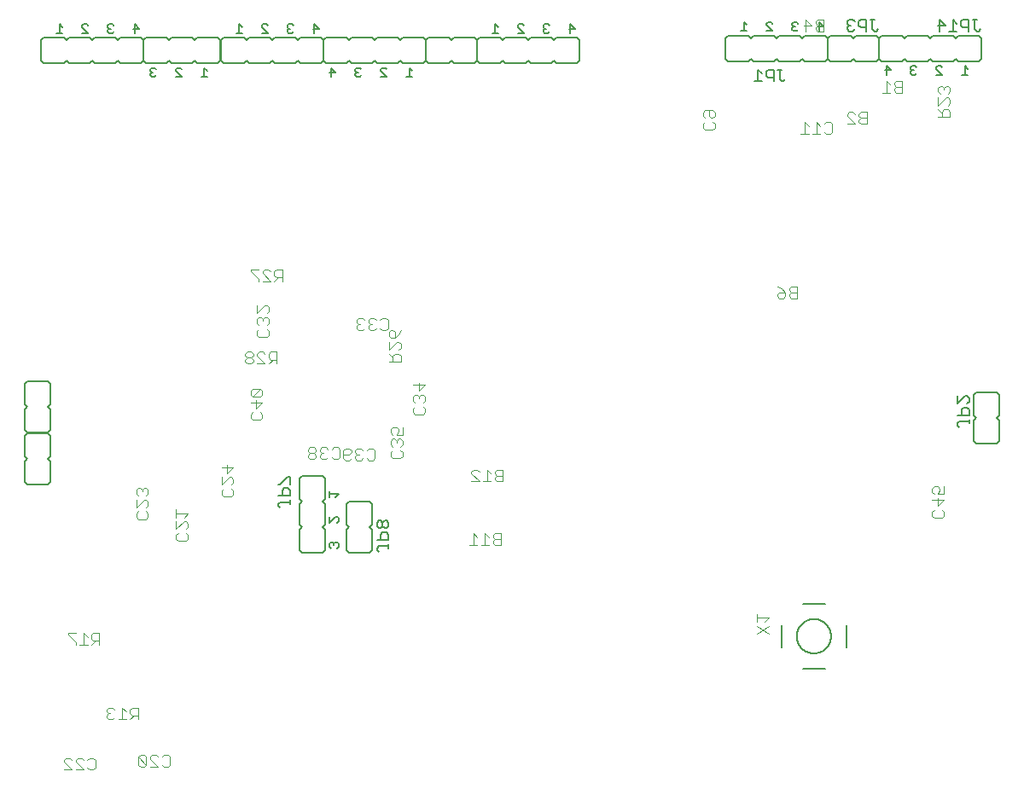
<source format=gbr>
G75*
%MOIN*%
%OFA0B0*%
%FSLAX25Y25*%
%IPPOS*%
%LPD*%
%AMOC8*
5,1,8,0,0,1.08239X$1,22.5*
%
%ADD10C,0.00400*%
%ADD11C,0.00800*%
%ADD12C,0.00600*%
%ADD13C,0.00500*%
D10*
X0025744Y0028576D02*
X0028813Y0028576D01*
X0025744Y0031645D01*
X0025744Y0032413D01*
X0026511Y0033180D01*
X0028046Y0033180D01*
X0028813Y0032413D01*
X0030348Y0032413D02*
X0031115Y0033180D01*
X0032650Y0033180D01*
X0033417Y0032413D01*
X0034952Y0032413D02*
X0035719Y0033180D01*
X0037254Y0033180D01*
X0038021Y0032413D01*
X0038021Y0029343D01*
X0037254Y0028576D01*
X0035719Y0028576D01*
X0034952Y0029343D01*
X0033417Y0028576D02*
X0030348Y0031645D01*
X0030348Y0032413D01*
X0030348Y0028576D02*
X0033417Y0028576D01*
X0054878Y0030524D02*
X0055645Y0029757D01*
X0057180Y0029757D01*
X0057947Y0030524D01*
X0054878Y0033594D01*
X0054878Y0030524D01*
X0057947Y0030524D02*
X0057947Y0033594D01*
X0057180Y0034361D01*
X0055645Y0034361D01*
X0054878Y0033594D01*
X0059482Y0033594D02*
X0059482Y0032826D01*
X0062551Y0029757D01*
X0059482Y0029757D01*
X0059482Y0033594D02*
X0060249Y0034361D01*
X0061784Y0034361D01*
X0062551Y0033594D01*
X0064086Y0033594D02*
X0064853Y0034361D01*
X0066388Y0034361D01*
X0067155Y0033594D01*
X0067155Y0030524D01*
X0066388Y0029757D01*
X0064853Y0029757D01*
X0064086Y0030524D01*
X0054694Y0048261D02*
X0054694Y0052865D01*
X0052393Y0052865D01*
X0051625Y0052098D01*
X0051625Y0050563D01*
X0052393Y0049796D01*
X0054694Y0049796D01*
X0053160Y0049796D02*
X0051625Y0048261D01*
X0050091Y0048261D02*
X0047021Y0048261D01*
X0048556Y0048261D02*
X0048556Y0052865D01*
X0050091Y0051330D01*
X0045487Y0052098D02*
X0044719Y0052865D01*
X0043185Y0052865D01*
X0042417Y0052098D01*
X0042417Y0051330D01*
X0043185Y0050563D01*
X0042417Y0049796D01*
X0042417Y0049028D01*
X0043185Y0048261D01*
X0044719Y0048261D01*
X0045487Y0049028D01*
X0043952Y0050563D02*
X0043185Y0050563D01*
X0039583Y0077434D02*
X0039583Y0082038D01*
X0037282Y0082038D01*
X0036514Y0081271D01*
X0036514Y0079736D01*
X0037282Y0078969D01*
X0039583Y0078969D01*
X0038049Y0078969D02*
X0036514Y0077434D01*
X0034980Y0077434D02*
X0031910Y0077434D01*
X0030376Y0077434D02*
X0030376Y0078202D01*
X0027306Y0081271D01*
X0027306Y0082038D01*
X0030376Y0082038D01*
X0033445Y0082038D02*
X0033445Y0077434D01*
X0034980Y0080504D02*
X0033445Y0082038D01*
X0069609Y0118720D02*
X0070377Y0117953D01*
X0073446Y0117953D01*
X0074213Y0118720D01*
X0074213Y0120255D01*
X0073446Y0121022D01*
X0073446Y0122557D02*
X0074213Y0123324D01*
X0074213Y0124859D01*
X0073446Y0125626D01*
X0072679Y0125626D01*
X0069609Y0122557D01*
X0069609Y0125626D01*
X0069609Y0127161D02*
X0069609Y0130230D01*
X0069609Y0128696D02*
X0074213Y0128696D01*
X0072679Y0127161D01*
X0070377Y0121022D02*
X0069609Y0120255D01*
X0069609Y0118720D01*
X0058603Y0127244D02*
X0058603Y0128779D01*
X0057836Y0129546D01*
X0057836Y0131081D02*
X0058603Y0131848D01*
X0058603Y0133383D01*
X0057836Y0134150D01*
X0057068Y0134150D01*
X0053999Y0131081D01*
X0053999Y0134150D01*
X0054767Y0135685D02*
X0053999Y0136452D01*
X0053999Y0137987D01*
X0054767Y0138754D01*
X0055534Y0138754D01*
X0056301Y0137987D01*
X0056301Y0137219D01*
X0056301Y0137987D02*
X0057068Y0138754D01*
X0057836Y0138754D01*
X0058603Y0137987D01*
X0058603Y0136452D01*
X0057836Y0135685D01*
X0054767Y0129546D02*
X0053999Y0128779D01*
X0053999Y0127244D01*
X0054767Y0126477D01*
X0057836Y0126477D01*
X0058603Y0127244D01*
X0087326Y0136043D02*
X0087326Y0137578D01*
X0088093Y0138345D01*
X0087326Y0139880D02*
X0090395Y0142949D01*
X0091163Y0142949D01*
X0091930Y0142182D01*
X0091930Y0140647D01*
X0091163Y0139880D01*
X0091163Y0138345D02*
X0091930Y0137578D01*
X0091930Y0136043D01*
X0091163Y0135276D01*
X0088093Y0135276D01*
X0087326Y0136043D01*
X0087326Y0139880D02*
X0087326Y0142949D01*
X0089628Y0144484D02*
X0089628Y0147553D01*
X0091930Y0146786D02*
X0089628Y0144484D01*
X0087326Y0146786D02*
X0091930Y0146786D01*
X0099412Y0165210D02*
X0098645Y0165977D01*
X0098645Y0167512D01*
X0099412Y0168279D01*
X0100947Y0169814D02*
X0100947Y0172883D01*
X0102481Y0174418D02*
X0103249Y0175185D01*
X0103249Y0176720D01*
X0102481Y0177487D01*
X0099412Y0174418D01*
X0098645Y0175185D01*
X0098645Y0176720D01*
X0099412Y0177487D01*
X0102481Y0177487D01*
X0102481Y0174418D02*
X0099412Y0174418D01*
X0098645Y0172116D02*
X0103249Y0172116D01*
X0100947Y0169814D01*
X0102481Y0168279D02*
X0103249Y0167512D01*
X0103249Y0165977D01*
X0102481Y0165210D01*
X0099412Y0165210D01*
X0098900Y0187277D02*
X0099667Y0188044D01*
X0099667Y0188811D01*
X0098900Y0189579D01*
X0097365Y0189579D01*
X0096598Y0188811D01*
X0096598Y0188044D01*
X0097365Y0187277D01*
X0098900Y0187277D01*
X0101202Y0187277D02*
X0104271Y0187277D01*
X0101202Y0190346D01*
X0101202Y0191113D01*
X0101969Y0191881D01*
X0103504Y0191881D01*
X0104271Y0191113D01*
X0105806Y0191113D02*
X0105806Y0189579D01*
X0106573Y0188811D01*
X0108875Y0188811D01*
X0108875Y0187277D02*
X0108875Y0191881D01*
X0106573Y0191881D01*
X0105806Y0191113D01*
X0107340Y0188811D02*
X0105806Y0187277D01*
X0099667Y0190346D02*
X0099667Y0191113D01*
X0098900Y0191881D01*
X0097365Y0191881D01*
X0096598Y0191113D01*
X0096598Y0190346D01*
X0097365Y0189579D01*
X0098900Y0189579D02*
X0099667Y0190346D01*
X0101912Y0197749D02*
X0101145Y0198517D01*
X0101145Y0200051D01*
X0101912Y0200818D01*
X0101912Y0202353D02*
X0101145Y0203120D01*
X0101145Y0204655D01*
X0101912Y0205422D01*
X0102680Y0205422D01*
X0103447Y0204655D01*
X0103447Y0203888D01*
X0103447Y0204655D02*
X0104214Y0205422D01*
X0104981Y0205422D01*
X0105749Y0204655D01*
X0105749Y0203120D01*
X0104981Y0202353D01*
X0104981Y0200818D02*
X0105749Y0200051D01*
X0105749Y0198517D01*
X0104981Y0197749D01*
X0101912Y0197749D01*
X0101145Y0206957D02*
X0104214Y0210026D01*
X0104981Y0210026D01*
X0105749Y0209259D01*
X0105749Y0207724D01*
X0104981Y0206957D01*
X0101145Y0206957D02*
X0101145Y0210026D01*
X0101786Y0219521D02*
X0101786Y0220288D01*
X0098717Y0223357D01*
X0098717Y0224125D01*
X0101786Y0224125D01*
X0103320Y0223357D02*
X0104088Y0224125D01*
X0105622Y0224125D01*
X0106390Y0223357D01*
X0107924Y0223357D02*
X0107924Y0221823D01*
X0108692Y0221055D01*
X0110994Y0221055D01*
X0110994Y0219521D02*
X0110994Y0224125D01*
X0108692Y0224125D01*
X0107924Y0223357D01*
X0109459Y0221055D02*
X0107924Y0219521D01*
X0106390Y0219521D02*
X0103320Y0222590D01*
X0103320Y0223357D01*
X0103320Y0219521D02*
X0106390Y0219521D01*
X0140055Y0204204D02*
X0140055Y0203437D01*
X0140822Y0202669D01*
X0140055Y0201902D01*
X0140055Y0201135D01*
X0140822Y0200367D01*
X0142357Y0200367D01*
X0143124Y0201135D01*
X0144659Y0201135D02*
X0145426Y0200367D01*
X0146961Y0200367D01*
X0147728Y0201135D01*
X0149263Y0201135D02*
X0150030Y0200367D01*
X0151565Y0200367D01*
X0152332Y0201135D01*
X0152332Y0204204D01*
X0151565Y0204971D01*
X0150030Y0204971D01*
X0149263Y0204204D01*
X0147728Y0204204D02*
X0146961Y0204971D01*
X0145426Y0204971D01*
X0144659Y0204204D01*
X0144659Y0203437D01*
X0145426Y0202669D01*
X0144659Y0201902D01*
X0144659Y0201135D01*
X0145426Y0202669D02*
X0146194Y0202669D01*
X0143124Y0204204D02*
X0142357Y0204971D01*
X0140822Y0204971D01*
X0140055Y0204204D01*
X0140822Y0202669D02*
X0141590Y0202669D01*
X0152720Y0199554D02*
X0153487Y0200322D01*
X0154254Y0200322D01*
X0155022Y0199554D01*
X0155022Y0197252D01*
X0153487Y0197252D01*
X0152720Y0198020D01*
X0152720Y0199554D01*
X0155022Y0197252D02*
X0156556Y0198787D01*
X0157324Y0200322D01*
X0156556Y0195718D02*
X0155789Y0195718D01*
X0152720Y0192648D01*
X0152720Y0195718D01*
X0156556Y0195718D02*
X0157324Y0194950D01*
X0157324Y0193416D01*
X0156556Y0192648D01*
X0156556Y0191114D02*
X0155022Y0191114D01*
X0154254Y0190346D01*
X0154254Y0188044D01*
X0152720Y0188044D02*
X0157324Y0188044D01*
X0157324Y0190346D01*
X0156556Y0191114D01*
X0154254Y0189579D02*
X0152720Y0191114D01*
X0162169Y0178944D02*
X0166772Y0178944D01*
X0164470Y0176642D01*
X0164470Y0179711D01*
X0163703Y0175107D02*
X0162936Y0175107D01*
X0162169Y0174340D01*
X0162169Y0172805D01*
X0162936Y0172038D01*
X0162936Y0170504D02*
X0162169Y0169736D01*
X0162169Y0168202D01*
X0162936Y0167434D01*
X0166005Y0167434D01*
X0166772Y0168202D01*
X0166772Y0169736D01*
X0166005Y0170504D01*
X0166005Y0172038D02*
X0166772Y0172805D01*
X0166772Y0174340D01*
X0166005Y0175107D01*
X0165238Y0175107D01*
X0164470Y0174340D01*
X0163703Y0175107D01*
X0164470Y0174340D02*
X0164470Y0173573D01*
X0157973Y0162526D02*
X0157973Y0159457D01*
X0155671Y0159457D01*
X0156439Y0160992D01*
X0156439Y0161759D01*
X0155671Y0162526D01*
X0154137Y0162526D01*
X0153369Y0161759D01*
X0153369Y0160224D01*
X0154137Y0159457D01*
X0154137Y0157922D02*
X0153369Y0157155D01*
X0153369Y0155620D01*
X0154137Y0154853D01*
X0154137Y0153318D02*
X0153369Y0152551D01*
X0153369Y0151017D01*
X0154137Y0150249D01*
X0157206Y0150249D01*
X0157973Y0151017D01*
X0157973Y0152551D01*
X0157206Y0153318D01*
X0157206Y0154853D02*
X0157973Y0155620D01*
X0157973Y0157155D01*
X0157206Y0157922D01*
X0156439Y0157922D01*
X0155671Y0157155D01*
X0154904Y0157922D01*
X0154137Y0157922D01*
X0155671Y0157155D02*
X0155671Y0156388D01*
X0147202Y0153318D02*
X0147202Y0150249D01*
X0146434Y0149481D01*
X0144900Y0149481D01*
X0144132Y0150249D01*
X0142598Y0150249D02*
X0141830Y0149481D01*
X0140296Y0149481D01*
X0139528Y0150249D01*
X0139528Y0151016D01*
X0140296Y0151783D01*
X0141063Y0151783D01*
X0140296Y0151783D02*
X0139528Y0152551D01*
X0139528Y0153318D01*
X0140296Y0154085D01*
X0141830Y0154085D01*
X0142598Y0153318D01*
X0144132Y0153318D02*
X0144900Y0154085D01*
X0146434Y0154085D01*
X0147202Y0153318D01*
X0137994Y0153318D02*
X0137994Y0152551D01*
X0137226Y0151783D01*
X0134924Y0151783D01*
X0134924Y0150249D02*
X0134924Y0153318D01*
X0135692Y0154085D01*
X0137226Y0154085D01*
X0137994Y0153318D01*
X0137994Y0150249D02*
X0137226Y0149481D01*
X0135692Y0149481D01*
X0134924Y0150249D01*
X0133435Y0150741D02*
X0132667Y0149974D01*
X0131133Y0149974D01*
X0130365Y0150741D01*
X0128831Y0150741D02*
X0128063Y0149974D01*
X0126529Y0149974D01*
X0125761Y0150741D01*
X0125761Y0151508D01*
X0126529Y0152276D01*
X0127296Y0152276D01*
X0126529Y0152276D02*
X0125761Y0153043D01*
X0125761Y0153810D01*
X0126529Y0154578D01*
X0128063Y0154578D01*
X0128831Y0153810D01*
X0130365Y0153810D02*
X0131133Y0154578D01*
X0132667Y0154578D01*
X0133435Y0153810D01*
X0133435Y0150741D01*
X0124227Y0150741D02*
X0124227Y0151508D01*
X0123459Y0152276D01*
X0121925Y0152276D01*
X0121158Y0151508D01*
X0121158Y0150741D01*
X0121925Y0149974D01*
X0123459Y0149974D01*
X0124227Y0150741D01*
X0123459Y0152276D02*
X0124227Y0153043D01*
X0124227Y0153810D01*
X0123459Y0154578D01*
X0121925Y0154578D01*
X0121158Y0153810D01*
X0121158Y0153043D01*
X0121925Y0152276D01*
X0184137Y0116411D02*
X0187206Y0116411D01*
X0185672Y0116411D02*
X0185672Y0121015D01*
X0187206Y0119480D01*
X0188741Y0116411D02*
X0191810Y0116411D01*
X0190276Y0116411D02*
X0190276Y0121015D01*
X0191810Y0119480D01*
X0193345Y0119480D02*
X0194112Y0118713D01*
X0196414Y0118713D01*
X0196414Y0121015D02*
X0194112Y0121015D01*
X0193345Y0120247D01*
X0193345Y0119480D01*
X0194112Y0118713D02*
X0193345Y0117945D01*
X0193345Y0117178D01*
X0194112Y0116411D01*
X0196414Y0116411D01*
X0196414Y0121015D01*
X0197202Y0141214D02*
X0194900Y0141214D01*
X0194132Y0141981D01*
X0194132Y0142748D01*
X0194900Y0143516D01*
X0197202Y0143516D01*
X0197202Y0145818D02*
X0194900Y0145818D01*
X0194132Y0145050D01*
X0194132Y0144283D01*
X0194900Y0143516D01*
X0192598Y0144283D02*
X0191063Y0145818D01*
X0191063Y0141214D01*
X0192598Y0141214D02*
X0189528Y0141214D01*
X0187994Y0141214D02*
X0184924Y0144283D01*
X0184924Y0145050D01*
X0185692Y0145818D01*
X0187226Y0145818D01*
X0187994Y0145050D01*
X0187994Y0141214D02*
X0184924Y0141214D01*
X0197202Y0141214D02*
X0197202Y0145818D01*
X0296430Y0089433D02*
X0296430Y0086364D01*
X0296430Y0087898D02*
X0301034Y0087898D01*
X0299500Y0086364D01*
X0301034Y0084829D02*
X0296430Y0081760D01*
X0296430Y0084829D02*
X0301034Y0081760D01*
X0364885Y0127776D02*
X0364885Y0129310D01*
X0365652Y0130078D01*
X0367187Y0131612D02*
X0367187Y0134681D01*
X0367187Y0136216D02*
X0367954Y0137751D01*
X0367954Y0138518D01*
X0367187Y0139285D01*
X0365652Y0139285D01*
X0364885Y0138518D01*
X0364885Y0136983D01*
X0365652Y0136216D01*
X0367187Y0136216D02*
X0369489Y0136216D01*
X0369489Y0139285D01*
X0369489Y0133914D02*
X0364885Y0133914D01*
X0367187Y0131612D02*
X0369489Y0133914D01*
X0368722Y0130078D02*
X0369489Y0129310D01*
X0369489Y0127776D01*
X0368722Y0127008D01*
X0365652Y0127008D01*
X0364885Y0127776D01*
X0312157Y0212828D02*
X0309856Y0212828D01*
X0309088Y0213595D01*
X0309088Y0214363D01*
X0309856Y0215130D01*
X0312157Y0215130D01*
X0309856Y0215130D02*
X0309088Y0215897D01*
X0309088Y0216665D01*
X0309856Y0217432D01*
X0312157Y0217432D01*
X0312157Y0212828D01*
X0307554Y0213595D02*
X0307554Y0215130D01*
X0305252Y0215130D01*
X0304484Y0214363D01*
X0304484Y0213595D01*
X0305252Y0212828D01*
X0306786Y0212828D01*
X0307554Y0213595D01*
X0307554Y0215130D02*
X0306019Y0216665D01*
X0304484Y0217432D01*
X0313625Y0277041D02*
X0316695Y0277041D01*
X0318229Y0277041D02*
X0321298Y0277041D01*
X0319764Y0277041D02*
X0319764Y0281644D01*
X0321298Y0280110D01*
X0322833Y0280877D02*
X0323600Y0281644D01*
X0325135Y0281644D01*
X0325902Y0280877D01*
X0325902Y0277808D01*
X0325135Y0277041D01*
X0323600Y0277041D01*
X0322833Y0277808D01*
X0316695Y0280110D02*
X0315160Y0281644D01*
X0315160Y0277041D01*
X0331650Y0280938D02*
X0334719Y0280938D01*
X0331650Y0284007D01*
X0331650Y0284775D01*
X0332417Y0285542D01*
X0333952Y0285542D01*
X0334719Y0284775D01*
X0336254Y0284775D02*
X0336254Y0284007D01*
X0337021Y0283240D01*
X0339323Y0283240D01*
X0339323Y0280938D02*
X0337021Y0280938D01*
X0336254Y0281705D01*
X0336254Y0282473D01*
X0337021Y0283240D01*
X0336254Y0284775D02*
X0337021Y0285542D01*
X0339323Y0285542D01*
X0339323Y0280938D01*
X0345434Y0293182D02*
X0348503Y0293182D01*
X0346969Y0293182D02*
X0346969Y0297786D01*
X0348503Y0296252D01*
X0350038Y0296252D02*
X0350038Y0297019D01*
X0350805Y0297786D01*
X0353107Y0297786D01*
X0353107Y0293182D01*
X0350805Y0293182D01*
X0350038Y0293950D01*
X0350038Y0294717D01*
X0350805Y0295484D01*
X0353107Y0295484D01*
X0350805Y0295484D02*
X0350038Y0296252D01*
X0367247Y0295073D02*
X0367247Y0293539D01*
X0368015Y0292771D01*
X0367247Y0291237D02*
X0367247Y0288167D01*
X0370317Y0291237D01*
X0371084Y0291237D01*
X0371851Y0290469D01*
X0371851Y0288935D01*
X0371084Y0288167D01*
X0371084Y0286633D02*
X0369549Y0286633D01*
X0368782Y0285865D01*
X0368782Y0283563D01*
X0367247Y0283563D02*
X0371851Y0283563D01*
X0371851Y0285865D01*
X0371084Y0286633D01*
X0368782Y0285098D02*
X0367247Y0286633D01*
X0371084Y0292771D02*
X0371851Y0293539D01*
X0371851Y0295073D01*
X0371084Y0295841D01*
X0370317Y0295841D01*
X0369549Y0295073D01*
X0368782Y0295841D01*
X0368015Y0295841D01*
X0367247Y0295073D01*
X0369549Y0295073D02*
X0369549Y0294306D01*
X0322394Y0317159D02*
X0320092Y0317159D01*
X0319324Y0317926D01*
X0319324Y0318693D01*
X0320092Y0319461D01*
X0322394Y0319461D01*
X0322394Y0317159D02*
X0322394Y0321763D01*
X0320092Y0321763D01*
X0319324Y0320995D01*
X0319324Y0320228D01*
X0320092Y0319461D01*
X0317790Y0319461D02*
X0314720Y0319461D01*
X0315488Y0317159D02*
X0315488Y0321763D01*
X0317790Y0319461D01*
X0279991Y0285506D02*
X0279991Y0283972D01*
X0279224Y0283204D01*
X0278456Y0283204D01*
X0277689Y0283972D01*
X0277689Y0286274D01*
X0279224Y0286274D02*
X0279991Y0285506D01*
X0279224Y0286274D02*
X0276154Y0286274D01*
X0275387Y0285506D01*
X0275387Y0283972D01*
X0276154Y0283204D01*
X0276154Y0281670D02*
X0275387Y0280902D01*
X0275387Y0279368D01*
X0276154Y0278600D01*
X0279224Y0278600D01*
X0279991Y0279368D01*
X0279991Y0280902D01*
X0279224Y0281670D01*
D11*
X0314400Y0093366D02*
X0323061Y0093366D01*
X0331329Y0085098D02*
X0331329Y0076437D01*
X0323061Y0068169D02*
X0314400Y0068169D01*
X0306132Y0076437D02*
X0306132Y0085098D01*
X0312037Y0080768D02*
X0312039Y0080932D01*
X0312045Y0081096D01*
X0312055Y0081260D01*
X0312069Y0081424D01*
X0312087Y0081587D01*
X0312109Y0081750D01*
X0312136Y0081912D01*
X0312166Y0082074D01*
X0312200Y0082234D01*
X0312238Y0082394D01*
X0312279Y0082553D01*
X0312325Y0082711D01*
X0312375Y0082867D01*
X0312428Y0083023D01*
X0312485Y0083177D01*
X0312546Y0083329D01*
X0312611Y0083480D01*
X0312680Y0083630D01*
X0312752Y0083777D01*
X0312827Y0083923D01*
X0312907Y0084067D01*
X0312989Y0084209D01*
X0313075Y0084349D01*
X0313165Y0084486D01*
X0313258Y0084622D01*
X0313354Y0084755D01*
X0313454Y0084886D01*
X0313556Y0085014D01*
X0313662Y0085140D01*
X0313771Y0085263D01*
X0313883Y0085383D01*
X0313997Y0085501D01*
X0314115Y0085615D01*
X0314235Y0085727D01*
X0314358Y0085836D01*
X0314484Y0085942D01*
X0314612Y0086044D01*
X0314743Y0086144D01*
X0314876Y0086240D01*
X0315012Y0086333D01*
X0315149Y0086423D01*
X0315289Y0086509D01*
X0315431Y0086591D01*
X0315575Y0086671D01*
X0315721Y0086746D01*
X0315868Y0086818D01*
X0316018Y0086887D01*
X0316169Y0086952D01*
X0316321Y0087013D01*
X0316475Y0087070D01*
X0316631Y0087123D01*
X0316787Y0087173D01*
X0316945Y0087219D01*
X0317104Y0087260D01*
X0317264Y0087298D01*
X0317424Y0087332D01*
X0317586Y0087362D01*
X0317748Y0087389D01*
X0317911Y0087411D01*
X0318074Y0087429D01*
X0318238Y0087443D01*
X0318402Y0087453D01*
X0318566Y0087459D01*
X0318730Y0087461D01*
X0318894Y0087459D01*
X0319058Y0087453D01*
X0319222Y0087443D01*
X0319386Y0087429D01*
X0319549Y0087411D01*
X0319712Y0087389D01*
X0319874Y0087362D01*
X0320036Y0087332D01*
X0320196Y0087298D01*
X0320356Y0087260D01*
X0320515Y0087219D01*
X0320673Y0087173D01*
X0320829Y0087123D01*
X0320985Y0087070D01*
X0321139Y0087013D01*
X0321291Y0086952D01*
X0321442Y0086887D01*
X0321592Y0086818D01*
X0321739Y0086746D01*
X0321885Y0086671D01*
X0322029Y0086591D01*
X0322171Y0086509D01*
X0322311Y0086423D01*
X0322448Y0086333D01*
X0322584Y0086240D01*
X0322717Y0086144D01*
X0322848Y0086044D01*
X0322976Y0085942D01*
X0323102Y0085836D01*
X0323225Y0085727D01*
X0323345Y0085615D01*
X0323463Y0085501D01*
X0323577Y0085383D01*
X0323689Y0085263D01*
X0323798Y0085140D01*
X0323904Y0085014D01*
X0324006Y0084886D01*
X0324106Y0084755D01*
X0324202Y0084622D01*
X0324295Y0084486D01*
X0324385Y0084349D01*
X0324471Y0084209D01*
X0324553Y0084067D01*
X0324633Y0083923D01*
X0324708Y0083777D01*
X0324780Y0083630D01*
X0324849Y0083480D01*
X0324914Y0083329D01*
X0324975Y0083177D01*
X0325032Y0083023D01*
X0325085Y0082867D01*
X0325135Y0082711D01*
X0325181Y0082553D01*
X0325222Y0082394D01*
X0325260Y0082234D01*
X0325294Y0082074D01*
X0325324Y0081912D01*
X0325351Y0081750D01*
X0325373Y0081587D01*
X0325391Y0081424D01*
X0325405Y0081260D01*
X0325415Y0081096D01*
X0325421Y0080932D01*
X0325423Y0080768D01*
X0325421Y0080604D01*
X0325415Y0080440D01*
X0325405Y0080276D01*
X0325391Y0080112D01*
X0325373Y0079949D01*
X0325351Y0079786D01*
X0325324Y0079624D01*
X0325294Y0079462D01*
X0325260Y0079302D01*
X0325222Y0079142D01*
X0325181Y0078983D01*
X0325135Y0078825D01*
X0325085Y0078669D01*
X0325032Y0078513D01*
X0324975Y0078359D01*
X0324914Y0078207D01*
X0324849Y0078056D01*
X0324780Y0077906D01*
X0324708Y0077759D01*
X0324633Y0077613D01*
X0324553Y0077469D01*
X0324471Y0077327D01*
X0324385Y0077187D01*
X0324295Y0077050D01*
X0324202Y0076914D01*
X0324106Y0076781D01*
X0324006Y0076650D01*
X0323904Y0076522D01*
X0323798Y0076396D01*
X0323689Y0076273D01*
X0323577Y0076153D01*
X0323463Y0076035D01*
X0323345Y0075921D01*
X0323225Y0075809D01*
X0323102Y0075700D01*
X0322976Y0075594D01*
X0322848Y0075492D01*
X0322717Y0075392D01*
X0322584Y0075296D01*
X0322448Y0075203D01*
X0322311Y0075113D01*
X0322171Y0075027D01*
X0322029Y0074945D01*
X0321885Y0074865D01*
X0321739Y0074790D01*
X0321592Y0074718D01*
X0321442Y0074649D01*
X0321291Y0074584D01*
X0321139Y0074523D01*
X0320985Y0074466D01*
X0320829Y0074413D01*
X0320673Y0074363D01*
X0320515Y0074317D01*
X0320356Y0074276D01*
X0320196Y0074238D01*
X0320036Y0074204D01*
X0319874Y0074174D01*
X0319712Y0074147D01*
X0319549Y0074125D01*
X0319386Y0074107D01*
X0319222Y0074093D01*
X0319058Y0074083D01*
X0318894Y0074077D01*
X0318730Y0074075D01*
X0318566Y0074077D01*
X0318402Y0074083D01*
X0318238Y0074093D01*
X0318074Y0074107D01*
X0317911Y0074125D01*
X0317748Y0074147D01*
X0317586Y0074174D01*
X0317424Y0074204D01*
X0317264Y0074238D01*
X0317104Y0074276D01*
X0316945Y0074317D01*
X0316787Y0074363D01*
X0316631Y0074413D01*
X0316475Y0074466D01*
X0316321Y0074523D01*
X0316169Y0074584D01*
X0316018Y0074649D01*
X0315868Y0074718D01*
X0315721Y0074790D01*
X0315575Y0074865D01*
X0315431Y0074945D01*
X0315289Y0075027D01*
X0315149Y0075113D01*
X0315012Y0075203D01*
X0314876Y0075296D01*
X0314743Y0075392D01*
X0314612Y0075492D01*
X0314484Y0075594D01*
X0314358Y0075700D01*
X0314235Y0075809D01*
X0314115Y0075921D01*
X0313997Y0076035D01*
X0313883Y0076153D01*
X0313771Y0076273D01*
X0313662Y0076396D01*
X0313556Y0076522D01*
X0313454Y0076650D01*
X0313354Y0076781D01*
X0313258Y0076914D01*
X0313165Y0077050D01*
X0313075Y0077187D01*
X0312989Y0077327D01*
X0312907Y0077469D01*
X0312827Y0077613D01*
X0312752Y0077759D01*
X0312680Y0077906D01*
X0312611Y0078056D01*
X0312546Y0078207D01*
X0312485Y0078359D01*
X0312428Y0078513D01*
X0312375Y0078669D01*
X0312325Y0078825D01*
X0312279Y0078983D01*
X0312238Y0079142D01*
X0312200Y0079302D01*
X0312166Y0079462D01*
X0312136Y0079624D01*
X0312109Y0079786D01*
X0312087Y0079949D01*
X0312069Y0080112D01*
X0312055Y0080276D01*
X0312045Y0080440D01*
X0312039Y0080604D01*
X0312037Y0080768D01*
D12*
X0382102Y0155935D02*
X0381102Y0156935D01*
X0381102Y0164935D01*
X0382102Y0165935D01*
X0381102Y0166935D01*
X0381102Y0174935D01*
X0382102Y0175935D01*
X0390102Y0175935D01*
X0391102Y0174935D01*
X0391102Y0166935D01*
X0390102Y0165935D01*
X0391102Y0164935D01*
X0391102Y0156935D01*
X0390102Y0155935D01*
X0382102Y0155935D01*
X0383055Y0305423D02*
X0375055Y0305423D01*
X0374055Y0306423D01*
X0373055Y0305423D01*
X0365055Y0305423D01*
X0364055Y0306423D01*
X0363055Y0305423D01*
X0355055Y0305423D01*
X0354055Y0306423D01*
X0353055Y0305423D01*
X0345055Y0305423D01*
X0344055Y0306423D01*
X0344055Y0314423D01*
X0345055Y0315423D01*
X0353055Y0315423D01*
X0354055Y0314423D01*
X0355055Y0315423D01*
X0363055Y0315423D01*
X0364055Y0314423D01*
X0365055Y0315423D01*
X0373055Y0315423D01*
X0374055Y0314423D01*
X0375055Y0315423D01*
X0383055Y0315423D01*
X0384055Y0314423D01*
X0384055Y0306423D01*
X0383055Y0305423D01*
X0344134Y0306423D02*
X0343134Y0305423D01*
X0335134Y0305423D01*
X0334134Y0306423D01*
X0333134Y0305423D01*
X0325134Y0305423D01*
X0324134Y0306423D01*
X0324134Y0314423D01*
X0325134Y0315423D01*
X0333134Y0315423D01*
X0334134Y0314423D01*
X0335134Y0315423D01*
X0343134Y0315423D01*
X0344134Y0314423D01*
X0344134Y0306423D01*
X0324213Y0306423D02*
X0323213Y0305423D01*
X0315213Y0305423D01*
X0314213Y0306423D01*
X0313213Y0305423D01*
X0305213Y0305423D01*
X0304213Y0306423D01*
X0303213Y0305423D01*
X0295213Y0305423D01*
X0294213Y0306423D01*
X0293213Y0305423D01*
X0285213Y0305423D01*
X0284213Y0306423D01*
X0284213Y0314423D01*
X0285213Y0315423D01*
X0293213Y0315423D01*
X0294213Y0314423D01*
X0295213Y0315423D01*
X0303213Y0315423D01*
X0304213Y0314423D01*
X0305213Y0315423D01*
X0313213Y0315423D01*
X0314213Y0314423D01*
X0315213Y0315423D01*
X0323213Y0315423D01*
X0324213Y0314423D01*
X0324213Y0306423D01*
X0226969Y0305636D02*
X0225969Y0304636D01*
X0217969Y0304636D01*
X0216969Y0305636D01*
X0215969Y0304636D01*
X0207969Y0304636D01*
X0206969Y0305636D01*
X0205969Y0304636D01*
X0197969Y0304636D01*
X0196969Y0305636D01*
X0195969Y0304636D01*
X0187969Y0304636D01*
X0186969Y0305636D01*
X0186969Y0313636D01*
X0187969Y0314636D01*
X0195969Y0314636D01*
X0196969Y0313636D01*
X0197969Y0314636D01*
X0205969Y0314636D01*
X0206969Y0313636D01*
X0207969Y0314636D01*
X0215969Y0314636D01*
X0216969Y0313636D01*
X0217969Y0314636D01*
X0225969Y0314636D01*
X0226969Y0313636D01*
X0226969Y0305636D01*
X0187047Y0305636D02*
X0187047Y0313636D01*
X0186047Y0314636D01*
X0178047Y0314636D01*
X0177047Y0313636D01*
X0176047Y0314636D01*
X0168047Y0314636D01*
X0167047Y0313636D01*
X0167047Y0305636D01*
X0168047Y0304636D01*
X0176047Y0304636D01*
X0177047Y0305636D01*
X0178047Y0304636D01*
X0186047Y0304636D01*
X0187047Y0305636D01*
X0167126Y0305636D02*
X0166126Y0304636D01*
X0158126Y0304636D01*
X0157126Y0305636D01*
X0156126Y0304636D01*
X0148126Y0304636D01*
X0147126Y0305636D01*
X0146126Y0304636D01*
X0138126Y0304636D01*
X0137126Y0305636D01*
X0136126Y0304636D01*
X0128126Y0304636D01*
X0127126Y0305636D01*
X0127126Y0313636D01*
X0128126Y0314636D01*
X0136126Y0314636D01*
X0137126Y0313636D01*
X0138126Y0314636D01*
X0146126Y0314636D01*
X0147126Y0313636D01*
X0148126Y0314636D01*
X0156126Y0314636D01*
X0157126Y0313636D01*
X0158126Y0314636D01*
X0166126Y0314636D01*
X0167126Y0313636D01*
X0167126Y0305636D01*
X0126969Y0305636D02*
X0125969Y0304636D01*
X0117969Y0304636D01*
X0116969Y0305636D01*
X0115969Y0304636D01*
X0107969Y0304636D01*
X0106969Y0305636D01*
X0105969Y0304636D01*
X0097969Y0304636D01*
X0096969Y0305636D01*
X0095969Y0304636D01*
X0087969Y0304636D01*
X0086969Y0305636D01*
X0086969Y0313636D01*
X0087969Y0314636D01*
X0095969Y0314636D01*
X0096969Y0313636D01*
X0097969Y0314636D01*
X0105969Y0314636D01*
X0106969Y0313636D01*
X0107969Y0314636D01*
X0115969Y0314636D01*
X0116969Y0313636D01*
X0117969Y0314636D01*
X0125969Y0314636D01*
X0126969Y0313636D01*
X0126969Y0305636D01*
X0086929Y0305636D02*
X0085929Y0304636D01*
X0077929Y0304636D01*
X0076929Y0305636D01*
X0075929Y0304636D01*
X0067929Y0304636D01*
X0066929Y0305636D01*
X0065929Y0304636D01*
X0057929Y0304636D01*
X0056929Y0305636D01*
X0056929Y0313636D01*
X0057929Y0314636D01*
X0065929Y0314636D01*
X0066929Y0313636D01*
X0067929Y0314636D01*
X0075929Y0314636D01*
X0076929Y0313636D01*
X0077929Y0314636D01*
X0085929Y0314636D01*
X0086929Y0313636D01*
X0086929Y0305636D01*
X0056890Y0305636D02*
X0055890Y0304636D01*
X0047890Y0304636D01*
X0046890Y0305636D01*
X0045890Y0304636D01*
X0037890Y0304636D01*
X0036890Y0305636D01*
X0035890Y0304636D01*
X0027890Y0304636D01*
X0026890Y0305636D01*
X0025890Y0304636D01*
X0017890Y0304636D01*
X0016890Y0305636D01*
X0016890Y0313636D01*
X0017890Y0314636D01*
X0025890Y0314636D01*
X0026890Y0313636D01*
X0027890Y0314636D01*
X0035890Y0314636D01*
X0036890Y0313636D01*
X0037890Y0314636D01*
X0045890Y0314636D01*
X0046890Y0313636D01*
X0047890Y0314636D01*
X0055890Y0314636D01*
X0056890Y0313636D01*
X0056890Y0305636D01*
X0019630Y0180266D02*
X0011630Y0180266D01*
X0010630Y0179266D01*
X0010630Y0171266D01*
X0011630Y0170266D01*
X0010630Y0169266D01*
X0010630Y0161266D01*
X0011630Y0160266D01*
X0019630Y0160266D01*
X0020630Y0161266D01*
X0020630Y0169266D01*
X0019630Y0170266D01*
X0020630Y0171266D01*
X0020630Y0179266D01*
X0019630Y0180266D01*
X0019630Y0160187D02*
X0011630Y0160187D01*
X0010630Y0159187D01*
X0010630Y0151187D01*
X0011630Y0150187D01*
X0010630Y0149187D01*
X0010630Y0141187D01*
X0011630Y0140187D01*
X0019630Y0140187D01*
X0020630Y0141187D01*
X0020630Y0149187D01*
X0019630Y0150187D01*
X0020630Y0151187D01*
X0020630Y0159187D01*
X0019630Y0160187D01*
X0117717Y0142533D02*
X0117717Y0134533D01*
X0118717Y0133533D01*
X0117717Y0132533D01*
X0117717Y0124533D01*
X0118717Y0123533D01*
X0117717Y0122533D01*
X0117717Y0114533D01*
X0118717Y0113533D01*
X0126717Y0113533D01*
X0127717Y0114533D01*
X0127717Y0122533D01*
X0126717Y0123533D01*
X0127717Y0124533D01*
X0127717Y0132533D01*
X0126717Y0133533D01*
X0127717Y0134533D01*
X0127717Y0142533D01*
X0126717Y0143533D01*
X0118717Y0143533D01*
X0117717Y0142533D01*
X0136220Y0132415D02*
X0136220Y0124415D01*
X0137220Y0123415D01*
X0136220Y0122415D01*
X0136220Y0114415D01*
X0137220Y0113415D01*
X0145220Y0113415D01*
X0146220Y0114415D01*
X0146220Y0122415D01*
X0145220Y0123415D01*
X0146220Y0124415D01*
X0146220Y0132415D01*
X0145220Y0133415D01*
X0137220Y0133415D01*
X0136220Y0132415D01*
D13*
X0132969Y0136327D02*
X0129567Y0136327D01*
X0129567Y0137461D02*
X0129567Y0135192D01*
X0131835Y0135192D02*
X0132969Y0136327D01*
X0132402Y0127461D02*
X0132969Y0126894D01*
X0132969Y0125760D01*
X0132402Y0125192D01*
X0132402Y0127461D02*
X0131835Y0127461D01*
X0129567Y0125192D01*
X0129567Y0127461D01*
X0130134Y0117461D02*
X0129567Y0116894D01*
X0129567Y0115760D01*
X0130134Y0115192D01*
X0131268Y0116327D02*
X0131268Y0116894D01*
X0130701Y0117461D01*
X0130134Y0117461D01*
X0131268Y0116894D02*
X0131835Y0117461D01*
X0132402Y0117461D01*
X0132969Y0116894D01*
X0132969Y0115760D01*
X0132402Y0115192D01*
X0147970Y0115167D02*
X0148721Y0115917D01*
X0152474Y0115917D01*
X0152474Y0115167D02*
X0152474Y0116668D01*
X0152474Y0118269D02*
X0152474Y0120521D01*
X0151724Y0121272D01*
X0150222Y0121272D01*
X0149472Y0120521D01*
X0149472Y0118269D01*
X0147970Y0118269D02*
X0152474Y0118269D01*
X0147970Y0115167D02*
X0147970Y0114416D01*
X0148721Y0113665D01*
X0148721Y0122873D02*
X0147970Y0123624D01*
X0147970Y0125125D01*
X0148721Y0125876D01*
X0149472Y0125876D01*
X0150222Y0125125D01*
X0150222Y0123624D01*
X0150973Y0122873D01*
X0151724Y0122873D01*
X0152474Y0123624D01*
X0152474Y0125125D01*
X0151724Y0125876D01*
X0150973Y0125876D01*
X0150222Y0125125D01*
X0150222Y0123624D02*
X0149472Y0122873D01*
X0148721Y0122873D01*
X0114002Y0132441D02*
X0114002Y0133943D01*
X0114002Y0133192D02*
X0110249Y0133192D01*
X0109498Y0132441D01*
X0109498Y0131691D01*
X0110249Y0130940D01*
X0110999Y0135544D02*
X0110999Y0137796D01*
X0111750Y0138547D01*
X0113251Y0138547D01*
X0114002Y0137796D01*
X0114002Y0135544D01*
X0109498Y0135544D01*
X0109498Y0140148D02*
X0110249Y0140148D01*
X0113251Y0143151D01*
X0114002Y0143151D01*
X0114002Y0140148D01*
X0130175Y0299386D02*
X0130175Y0302789D01*
X0131876Y0301087D01*
X0129607Y0301087D01*
X0139607Y0300520D02*
X0139607Y0299953D01*
X0140175Y0299386D01*
X0141309Y0299386D01*
X0141876Y0299953D01*
X0140742Y0301087D02*
X0140175Y0301087D01*
X0139607Y0300520D01*
X0140175Y0301087D02*
X0139607Y0301654D01*
X0139607Y0302222D01*
X0140175Y0302789D01*
X0141309Y0302789D01*
X0141876Y0302222D01*
X0149607Y0302222D02*
X0150175Y0302789D01*
X0151309Y0302789D01*
X0151876Y0302222D01*
X0149607Y0302222D02*
X0149607Y0301654D01*
X0151876Y0299386D01*
X0149607Y0299386D01*
X0159607Y0299386D02*
X0161876Y0299386D01*
X0160742Y0299386D02*
X0160742Y0302789D01*
X0161876Y0301654D01*
X0193041Y0316486D02*
X0195310Y0316486D01*
X0194175Y0316486D02*
X0194175Y0319889D01*
X0195310Y0318754D01*
X0203041Y0318754D02*
X0203041Y0319322D01*
X0203608Y0319889D01*
X0204742Y0319889D01*
X0205310Y0319322D01*
X0203041Y0318754D02*
X0205310Y0316486D01*
X0203041Y0316486D01*
X0213041Y0317053D02*
X0213608Y0316486D01*
X0214742Y0316486D01*
X0215310Y0317053D01*
X0214175Y0318187D02*
X0213608Y0318187D01*
X0213041Y0317620D01*
X0213041Y0317053D01*
X0213608Y0318187D02*
X0213041Y0318754D01*
X0213041Y0319322D01*
X0213608Y0319889D01*
X0214742Y0319889D01*
X0215310Y0319322D01*
X0223041Y0318187D02*
X0225310Y0318187D01*
X0223608Y0319889D01*
X0223608Y0316486D01*
X0290285Y0317273D02*
X0292554Y0317273D01*
X0291419Y0317273D02*
X0291419Y0320676D01*
X0292554Y0319542D01*
X0300285Y0319542D02*
X0300285Y0320109D01*
X0300852Y0320676D01*
X0301987Y0320676D01*
X0302554Y0320109D01*
X0300285Y0319542D02*
X0302554Y0317273D01*
X0300285Y0317273D01*
X0310285Y0317840D02*
X0310852Y0317273D01*
X0311987Y0317273D01*
X0312554Y0317840D01*
X0311419Y0318975D02*
X0310852Y0318975D01*
X0310285Y0318408D01*
X0310285Y0317840D01*
X0310852Y0318975D02*
X0310285Y0319542D01*
X0310285Y0320109D01*
X0310852Y0320676D01*
X0311987Y0320676D01*
X0312554Y0320109D01*
X0320285Y0318975D02*
X0322554Y0318975D01*
X0320852Y0320676D01*
X0320852Y0317273D01*
X0331673Y0317924D02*
X0332424Y0317173D01*
X0333925Y0317173D01*
X0334676Y0317924D01*
X0333175Y0319425D02*
X0332424Y0319425D01*
X0331673Y0318675D01*
X0331673Y0317924D01*
X0332424Y0319425D02*
X0331673Y0320176D01*
X0331673Y0320926D01*
X0332424Y0321677D01*
X0333925Y0321677D01*
X0334676Y0320926D01*
X0336277Y0320926D02*
X0336277Y0319425D01*
X0337028Y0318675D01*
X0339280Y0318675D01*
X0339280Y0317173D02*
X0339280Y0321677D01*
X0337028Y0321677D01*
X0336277Y0320926D01*
X0340881Y0321677D02*
X0342383Y0321677D01*
X0341632Y0321677D02*
X0341632Y0317924D01*
X0342383Y0317173D01*
X0343133Y0317173D01*
X0343884Y0317924D01*
X0347104Y0303576D02*
X0348805Y0301875D01*
X0346537Y0301875D01*
X0347104Y0300173D02*
X0347104Y0303576D01*
X0356537Y0303009D02*
X0356537Y0302442D01*
X0357104Y0301875D01*
X0356537Y0301308D01*
X0356537Y0300740D01*
X0357104Y0300173D01*
X0358238Y0300173D01*
X0358805Y0300740D01*
X0357671Y0301875D02*
X0357104Y0301875D01*
X0356537Y0303009D02*
X0357104Y0303576D01*
X0358238Y0303576D01*
X0358805Y0303009D01*
X0366537Y0303009D02*
X0367104Y0303576D01*
X0368238Y0303576D01*
X0368805Y0303009D01*
X0366537Y0303009D02*
X0366537Y0302442D01*
X0368805Y0300173D01*
X0366537Y0300173D01*
X0376537Y0300173D02*
X0378805Y0300173D01*
X0377671Y0300173D02*
X0377671Y0303576D01*
X0378805Y0302442D01*
X0379201Y0317173D02*
X0379201Y0321677D01*
X0376949Y0321677D01*
X0376199Y0320926D01*
X0376199Y0319425D01*
X0376949Y0318675D01*
X0379201Y0318675D01*
X0381553Y0317924D02*
X0381553Y0321677D01*
X0380803Y0321677D02*
X0382304Y0321677D01*
X0381553Y0317924D02*
X0382304Y0317173D01*
X0383054Y0317173D01*
X0383805Y0317924D01*
X0374597Y0317173D02*
X0371595Y0317173D01*
X0373096Y0317173D02*
X0373096Y0321677D01*
X0374597Y0320176D01*
X0369993Y0319425D02*
X0366991Y0319425D01*
X0367741Y0317173D02*
X0367741Y0321677D01*
X0369993Y0319425D01*
X0307617Y0298349D02*
X0306866Y0297598D01*
X0306116Y0297598D01*
X0305365Y0298349D01*
X0305365Y0302102D01*
X0306116Y0302102D02*
X0304614Y0302102D01*
X0303013Y0302102D02*
X0300761Y0302102D01*
X0300010Y0301352D01*
X0300010Y0299850D01*
X0300761Y0299100D01*
X0303013Y0299100D01*
X0303013Y0297598D02*
X0303013Y0302102D01*
X0298409Y0300601D02*
X0296908Y0302102D01*
X0296908Y0297598D01*
X0298409Y0297598D02*
X0295407Y0297598D01*
X0374852Y0174584D02*
X0374852Y0171581D01*
X0377855Y0174584D01*
X0378606Y0174584D01*
X0379356Y0173833D01*
X0379356Y0172332D01*
X0378606Y0171581D01*
X0378606Y0169980D02*
X0377104Y0169980D01*
X0376354Y0169229D01*
X0376354Y0166977D01*
X0374852Y0166977D02*
X0379356Y0166977D01*
X0379356Y0169229D01*
X0378606Y0169980D01*
X0379356Y0165376D02*
X0379356Y0163875D01*
X0379356Y0164625D02*
X0375603Y0164625D01*
X0374852Y0163875D01*
X0374852Y0163124D01*
X0375603Y0162373D01*
X0125310Y0318187D02*
X0123041Y0318187D01*
X0123608Y0316486D02*
X0123608Y0319889D01*
X0125310Y0318187D01*
X0115310Y0317053D02*
X0114742Y0316486D01*
X0113608Y0316486D01*
X0113041Y0317053D01*
X0113041Y0317620D01*
X0113608Y0318187D01*
X0114175Y0318187D01*
X0113608Y0318187D02*
X0113041Y0318754D01*
X0113041Y0319322D01*
X0113608Y0319889D01*
X0114742Y0319889D01*
X0115310Y0319322D01*
X0105310Y0319322D02*
X0104742Y0319889D01*
X0103608Y0319889D01*
X0103041Y0319322D01*
X0103041Y0318754D01*
X0105310Y0316486D01*
X0103041Y0316486D01*
X0095310Y0316486D02*
X0093041Y0316486D01*
X0094175Y0316486D02*
X0094175Y0319889D01*
X0095310Y0318754D01*
X0080545Y0302789D02*
X0080545Y0299386D01*
X0081679Y0299386D02*
X0079411Y0299386D01*
X0081679Y0301654D02*
X0080545Y0302789D01*
X0071679Y0302222D02*
X0071112Y0302789D01*
X0069978Y0302789D01*
X0069411Y0302222D01*
X0069411Y0301654D01*
X0071679Y0299386D01*
X0069411Y0299386D01*
X0061679Y0299953D02*
X0061112Y0299386D01*
X0059978Y0299386D01*
X0059411Y0299953D01*
X0059411Y0300520D01*
X0059978Y0301087D01*
X0060545Y0301087D01*
X0059978Y0301087D02*
X0059411Y0301654D01*
X0059411Y0302222D01*
X0059978Y0302789D01*
X0061112Y0302789D01*
X0061679Y0302222D01*
X0053529Y0316486D02*
X0053529Y0319889D01*
X0055231Y0318187D01*
X0052962Y0318187D01*
X0045231Y0317053D02*
X0044664Y0316486D01*
X0043529Y0316486D01*
X0042962Y0317053D01*
X0042962Y0317620D01*
X0043529Y0318187D01*
X0044097Y0318187D01*
X0043529Y0318187D02*
X0042962Y0318754D01*
X0042962Y0319322D01*
X0043529Y0319889D01*
X0044664Y0319889D01*
X0045231Y0319322D01*
X0035231Y0319322D02*
X0034664Y0319889D01*
X0033529Y0319889D01*
X0032962Y0319322D01*
X0032962Y0318754D01*
X0035231Y0316486D01*
X0032962Y0316486D01*
X0025231Y0316486D02*
X0022962Y0316486D01*
X0024097Y0316486D02*
X0024097Y0319889D01*
X0025231Y0318754D01*
M02*

</source>
